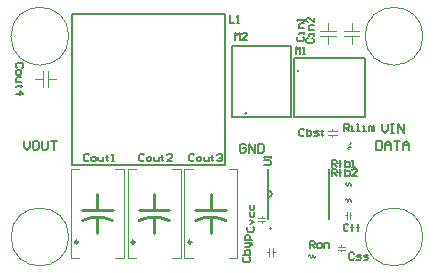
<source format=gto>
G04*
G04 #@! TF.GenerationSoftware,Altium Limited,Altium Designer,20.1.8 (145)*
G04*
G04 Layer_Color=16777215*
%FSAX44Y44*%
%MOMM*%
G71*
G04*
G04 #@! TF.SameCoordinates,513F2EBE-DBB5-41E4-B840-0BD9831D4F27*
G04*
G04*
G04 #@! TF.FilePolarity,Positive*
G04*
G01*
G75*
%ADD10C,0.1524*%
%ADD11C,0.2500*%
%ADD12C,0.2540*%
%ADD13C,0.1016*%
%ADD14C,0.1270*%
D10*
X00218486Y00058306D02*
G03*
X00218486Y00064402I00000000J00003048D01*
G01*
X00221025Y00032104D02*
G03*
X00221025Y00032104I-00000762J00000000D01*
G01*
X00200014Y00129739D02*
G03*
X00200014Y00129739I-00000762J00000000D01*
G01*
X00244264Y00165512D02*
G03*
X00244264Y00165512I-00000762J00000000D01*
G01*
X00052502Y00086000D02*
X00181502D01*
Y00214000D01*
X00052502D02*
X00181502D01*
X00052502Y00086000D02*
Y00214000D01*
X00188013Y00126525D02*
Y00186525D01*
X00238013D01*
Y00126525D02*
Y00186525D01*
X00188013Y00126525D02*
X00238013D01*
X00218486Y00040014D02*
Y00082694D01*
X00269540Y00040014D02*
Y00082694D01*
X00240288Y00126750D02*
Y00176750D01*
Y00126750D02*
X00300288D01*
Y00176750D01*
X00240288D02*
X00300288D01*
X00199214Y00102534D02*
X00197944Y00103804D01*
X00195405D01*
X00194135Y00102534D01*
Y00097456D01*
X00195405Y00096186D01*
X00197944D01*
X00199214Y00097456D01*
Y00099995D01*
X00196674D01*
X00201753Y00096186D02*
Y00103804D01*
X00206831Y00096186D01*
Y00103804D01*
X00209370D02*
Y00096186D01*
X00213179D01*
X00214449Y00097456D01*
Y00102534D01*
X00213179Y00103804D01*
X00209370D01*
X00011493Y00106572D02*
Y00101493D01*
X00014032Y00098954D01*
X00016571Y00101493D01*
Y00106572D01*
X00022919D02*
X00020380D01*
X00019110Y00105302D01*
Y00100224D01*
X00020380Y00098954D01*
X00022919D01*
X00024188Y00100224D01*
Y00105302D01*
X00022919Y00106572D01*
X00026728D02*
Y00100224D01*
X00027997Y00098954D01*
X00030536D01*
X00031806Y00100224D01*
Y00106572D01*
X00034345D02*
X00039423D01*
X00036884D01*
Y00098954D01*
X00314573Y00120920D02*
Y00115842D01*
X00317112Y00113303D01*
X00319652Y00115842D01*
Y00120920D01*
X00322191D02*
X00324730D01*
X00323460D01*
Y00113303D01*
X00322191D01*
X00324730D01*
X00328539D02*
Y00120920D01*
X00333617Y00113303D01*
Y00120920D01*
X00309852Y00106572D02*
Y00098954D01*
X00313661D01*
X00314930Y00100224D01*
Y00105302D01*
X00313661Y00106572D01*
X00309852D01*
X00317469Y00098954D02*
Y00104032D01*
X00320009Y00106572D01*
X00322548Y00104032D01*
Y00098954D01*
Y00102763D01*
X00317469D01*
X00325087Y00106572D02*
X00330165D01*
X00327626D01*
Y00098954D01*
X00332704D02*
Y00104032D01*
X00335244Y00106572D01*
X00337783Y00104032D01*
Y00098954D01*
Y00102763D01*
X00332704D01*
D11*
X00057220Y00020619D02*
G03*
X00057220Y00020619I-00001250J00000000D01*
G01*
X00105223D02*
G03*
X00105223Y00020619I-00001250J00000000D01*
G01*
X00153225D02*
G03*
X00153225Y00020619I-00001250J00000000D01*
G01*
D12*
X00086429Y00038938D02*
G03*
X00061072Y00038938I-00012679J-00027189D01*
G01*
X00134431D02*
G03*
X00109074Y00038938I-00012679J-00027189D01*
G01*
X00182434D02*
G03*
X00157077Y00038938I-00012679J-00027189D01*
G01*
X00108753Y00047999D02*
X00134753D01*
X00121753Y00028249D02*
Y00041749D01*
Y00047999D02*
Y00060999D01*
X00169755Y00047999D02*
Y00060999D01*
Y00028249D02*
Y00041749D01*
X00156755Y00047999D02*
X00182755D01*
X00073750D02*
Y00060999D01*
Y00028249D02*
Y00041749D01*
X00060750Y00047999D02*
X00086750D01*
D13*
X00349332Y00025000D02*
G03*
X00349332Y00025000I-00024492J00000000D01*
G01*
Y00195000D02*
G03*
X00349332Y00195000I-00024492J00000000D01*
G01*
X00049492Y00025000D02*
G03*
X00049492Y00025000I-00024492J00000000D01*
G01*
Y00195000D02*
G03*
X00049492Y00195000I-00024492J00000000D01*
G01*
X00137011Y00082249D02*
X00144253D01*
X00137011Y00007249D02*
X00144253D01*
X00099253Y00082249D02*
X00106495D01*
X00099253Y00007249D02*
X00106495D01*
X00144253D02*
Y00082249D01*
X00099253Y00007249D02*
Y00082249D01*
X00147255Y00007249D02*
Y00082249D01*
X00192255Y00007249D02*
Y00082249D01*
X00147255Y00007249D02*
X00154497D01*
X00147255Y00082249D02*
X00154497D01*
X00185013Y00007249D02*
X00192255D01*
X00185013Y00082249D02*
X00192255D01*
X00283232Y00069615D02*
X00283956Y00071266D01*
X00284611Y00069586D01*
X00285267Y00067906D01*
X00285991Y00069557D01*
X00286715Y00071208D01*
X00287370Y00069529D01*
X00288026Y00067849D01*
X00288750Y00069500D01*
X00283250Y00056280D02*
X00283974Y00057931D01*
X00284629Y00056251D01*
X00285285Y00054572D01*
X00286009Y00056223D01*
X00286733Y00057874D01*
X00287388Y00056194D01*
X00288043Y00054514D01*
X00288768Y00056165D01*
X00272565Y00109309D02*
Y00111309D01*
Y00114309D02*
Y00116309D01*
X00268815Y00114309D02*
X00276315D01*
X00268815Y00111309D02*
X00276315D01*
X00285416Y00100245D02*
X00287066Y00099521D01*
X00285416Y00100245D02*
X00287095Y00100900D01*
X00288775Y00101555D01*
X00287124Y00102280D02*
X00288775Y00101555D01*
X00285473Y00103004D02*
X00287124Y00102280D01*
X00285473Y00103004D02*
X00287152Y00103659D01*
X00288832Y00104314D01*
X00287181Y00105039D02*
X00288832Y00104314D01*
X00027742Y00152250D02*
Y00165250D01*
X00032242Y00158750D02*
X00038742D01*
X00021242D02*
X00027742D01*
X00032242Y00152250D02*
Y00165250D01*
X00257069Y00007474D02*
X00257793Y00009125D01*
X00256413Y00009154D02*
X00257069Y00007474D01*
X00255758Y00010833D02*
X00256413Y00009154D01*
X00255034Y00009182D02*
X00255758Y00010833D01*
X00254310Y00007531D02*
X00255034Y00009182D01*
X00253654Y00009211D02*
X00254310Y00007531D01*
X00252999Y00010890D02*
X00253654Y00009211D01*
X00252275Y00009240D02*
X00252999Y00010890D01*
X00051250Y00007249D02*
Y00082249D01*
X00096250Y00007249D02*
Y00082249D01*
X00051250Y00007249D02*
X00058492D01*
X00051250Y00082249D02*
X00058492D01*
X00089008Y00007249D02*
X00096250D01*
X00089008Y00082249D02*
X00096250D01*
X00262564Y00194753D02*
X00275564D01*
X00269064Y00199253D02*
Y00205753D01*
Y00188253D02*
Y00194753D01*
X00262564Y00199253D02*
X00275564D01*
X00212832Y00037156D02*
Y00038656D01*
Y00041156D02*
Y00042656D01*
X00209832Y00041156D02*
X00215832D01*
X00209832Y00038656D02*
X00215832D01*
X00218989Y00008502D02*
Y00016002D01*
X00221989Y00008502D02*
Y00016002D01*
Y00012252D02*
X00223989D01*
X00216989D02*
X00218989D01*
X00282567Y00199253D02*
X00295567D01*
X00289067Y00188253D02*
Y00194753D01*
Y00199253D02*
Y00205753D01*
X00282567Y00194753D02*
X00295567D01*
X00284750Y00040472D02*
Y00046472D01*
X00287250Y00040472D02*
Y00046472D01*
X00287250Y00043471D02*
X00288750D01*
X00283250D02*
X00284750D01*
X00280024Y00016766D02*
Y00018266D01*
Y00012766D02*
Y00014266D01*
X00277024Y00014266D02*
X00283024D01*
X00277024Y00016766D02*
X00283024D01*
D14*
X00248853Y00115678D02*
X00247838Y00116693D01*
X00245807D01*
X00244791Y00115678D01*
Y00111615D01*
X00245807Y00110599D01*
X00247838D01*
X00248853Y00111615D01*
X00250885Y00116693D02*
Y00110599D01*
X00253932D01*
X00254947Y00111615D01*
Y00112631D01*
Y00113646D01*
X00253932Y00114662D01*
X00250885D01*
X00256979Y00110599D02*
X00260026D01*
X00261042Y00111615D01*
X00260026Y00112631D01*
X00257994D01*
X00256979Y00113646D01*
X00257994Y00114662D01*
X00261042D01*
X00264088Y00115678D02*
Y00114662D01*
X00263073D01*
X00265104D01*
X00264088D01*
Y00111615D01*
X00265104Y00110599D01*
X00282432Y00114906D02*
Y00121000D01*
X00285479D01*
X00286494Y00119984D01*
Y00117953D01*
X00285479Y00116937D01*
X00282432D01*
X00284463D02*
X00286494Y00114906D01*
X00288526D02*
X00290557D01*
X00289541D01*
Y00118969D01*
X00288526D01*
X00293604Y00114906D02*
X00295635D01*
X00294620D01*
Y00121000D01*
X00293604D01*
X00298682Y00114906D02*
X00300714D01*
X00299698D01*
Y00118969D01*
X00298682D01*
X00303761Y00114906D02*
Y00118969D01*
X00304776D01*
X00305792Y00117953D01*
Y00114906D01*
Y00117953D01*
X00306808Y00118969D01*
X00307824Y00117953D01*
Y00114906D01*
X00009952Y00168270D02*
X00010968Y00169286D01*
Y00171317D01*
X00009952Y00172333D01*
X00005889D01*
X00004873Y00171317D01*
Y00169286D01*
X00005889Y00168270D01*
X00004873Y00165223D02*
Y00163192D01*
X00005889Y00162176D01*
X00007921D01*
X00008936Y00163192D01*
Y00165223D01*
X00007921Y00166239D01*
X00005889D01*
X00004873Y00165223D01*
X00008936Y00160145D02*
X00005889D01*
X00004873Y00159129D01*
Y00156082D01*
X00008936D01*
X00009952Y00153035D02*
X00008936D01*
Y00154051D01*
Y00152019D01*
Y00153035D01*
X00005889D01*
X00004873Y00152019D01*
Y00145925D02*
X00010968D01*
X00007921Y00148972D01*
Y00144910D01*
X00253480Y00015822D02*
Y00021916D01*
X00256527D01*
X00257543Y00020900D01*
Y00018869D01*
X00256527Y00017853D01*
X00253480D01*
X00255511D02*
X00257543Y00015822D01*
X00260590D02*
X00262621D01*
X00263637Y00016838D01*
Y00018869D01*
X00262621Y00019885D01*
X00260590D01*
X00259574Y00018869D01*
Y00016838D01*
X00260590Y00015822D01*
X00265668D02*
Y00019885D01*
X00268715D01*
X00269731Y00018869D01*
Y00015822D01*
X00214634Y00085687D02*
X00219713D01*
X00220728Y00086702D01*
Y00088734D01*
X00219713Y00089749D01*
X00214634D01*
X00220728Y00091781D02*
Y00093812D01*
Y00092796D01*
X00214634D01*
X00215650Y00091781D01*
X00272222Y00076789D02*
Y00082883D01*
X00275269D01*
X00276285Y00081867D01*
Y00079836D01*
X00275269Y00078820D01*
X00272222D01*
X00274254D02*
X00276285Y00076789D01*
X00279332D02*
Y00081867D01*
Y00079836D01*
X00278316D01*
X00280348D01*
X00279332D01*
Y00081867D01*
X00280348Y00082883D01*
X00283395D02*
Y00076789D01*
X00286442D01*
X00287457Y00077804D01*
Y00078820D01*
Y00079836D01*
X00286442Y00080851D01*
X00283395D01*
X00293551Y00076789D02*
X00289489D01*
X00293551Y00080851D01*
Y00081867D01*
X00292536Y00082883D01*
X00290504D01*
X00289489Y00081867D01*
X00272129Y00084438D02*
Y00090532D01*
X00275176D01*
X00276192Y00089517D01*
Y00087485D01*
X00275176Y00086470D01*
X00272129D01*
X00274160D02*
X00276192Y00084438D01*
X00279239D02*
Y00089517D01*
Y00087485D01*
X00278223D01*
X00280254D01*
X00279239D01*
Y00089517D01*
X00280254Y00090532D01*
X00283301D02*
Y00084438D01*
X00286348D01*
X00287364Y00085454D01*
Y00086470D01*
Y00087485D01*
X00286348Y00088501D01*
X00283301D01*
X00289396Y00084438D02*
X00291427D01*
X00290411D01*
Y00090532D01*
X00289396Y00089517D01*
X00185604Y00212570D02*
Y00206476D01*
X00189667D01*
X00191698D02*
X00193729D01*
X00192714D01*
Y00212570D01*
X00191698Y00211555D01*
X00201500Y00033564D02*
X00200484Y00032548D01*
Y00030517D01*
X00201500Y00029501D01*
X00205563D01*
X00206579Y00030517D01*
Y00032548D01*
X00205563Y00033564D01*
X00202516Y00035595D02*
X00206579Y00037626D01*
X00202516Y00039658D01*
Y00045752D02*
Y00042705D01*
X00203531Y00041689D01*
X00205563D01*
X00206579Y00042705D01*
Y00045752D01*
X00202516Y00051846D02*
Y00048799D01*
X00203531Y00047783D01*
X00205563D01*
X00206579Y00048799D01*
Y00051846D01*
X00290896Y00010996D02*
X00289880Y00012011D01*
X00287849D01*
X00286833Y00010996D01*
Y00006933D01*
X00287849Y00005917D01*
X00289880D01*
X00290896Y00006933D01*
X00292927Y00005917D02*
X00295974D01*
X00296990Y00006933D01*
X00295974Y00007948D01*
X00293943D01*
X00292927Y00008964D01*
X00293943Y00009980D01*
X00296990D01*
X00299021Y00005917D02*
X00302068D01*
X00303084Y00006933D01*
X00302068Y00007948D01*
X00300037D01*
X00299021Y00008964D01*
X00300037Y00009980D01*
X00303084D01*
X00155642Y00094041D02*
X00154626Y00095057D01*
X00152595D01*
X00151579Y00094041D01*
Y00089978D01*
X00152595Y00088963D01*
X00154626D01*
X00155642Y00089978D01*
X00158689Y00088963D02*
X00160720D01*
X00161736Y00089978D01*
Y00092010D01*
X00160720Y00093025D01*
X00158689D01*
X00157673Y00092010D01*
Y00089978D01*
X00158689Y00088963D01*
X00163767Y00093025D02*
Y00089978D01*
X00164783Y00088963D01*
X00167830D01*
Y00093025D01*
X00170877Y00094041D02*
Y00093025D01*
X00169861D01*
X00171893D01*
X00170877D01*
Y00089978D01*
X00171893Y00088963D01*
X00174940Y00094041D02*
X00175955Y00095057D01*
X00177987D01*
X00179002Y00094041D01*
Y00093025D01*
X00177987Y00092010D01*
X00176971D01*
X00177987D01*
X00179002Y00090994D01*
Y00089978D01*
X00177987Y00088963D01*
X00175955D01*
X00174940Y00089978D01*
X00113351Y00094031D02*
X00112336Y00095047D01*
X00110304D01*
X00109289Y00094031D01*
Y00089969D01*
X00110304Y00088953D01*
X00112336D01*
X00113351Y00089969D01*
X00116398Y00088953D02*
X00118429D01*
X00119445Y00089969D01*
Y00092000D01*
X00118429Y00093016D01*
X00116398D01*
X00115382Y00092000D01*
Y00089969D01*
X00116398Y00088953D01*
X00121476Y00093016D02*
Y00089969D01*
X00122492Y00088953D01*
X00125539D01*
Y00093016D01*
X00128586Y00094031D02*
Y00093016D01*
X00127570D01*
X00129602D01*
X00128586D01*
Y00089969D01*
X00129602Y00088953D01*
X00136712D02*
X00132649D01*
X00136712Y00093016D01*
Y00094031D01*
X00135696Y00095047D01*
X00133665D01*
X00132649Y00094031D01*
X00066367D02*
X00065351Y00095047D01*
X00063320D01*
X00062304Y00094031D01*
Y00089969D01*
X00063320Y00088953D01*
X00065351D01*
X00066367Y00089969D01*
X00069414Y00088953D02*
X00071445D01*
X00072461Y00089969D01*
Y00092000D01*
X00071445Y00093016D01*
X00069414D01*
X00068398Y00092000D01*
Y00089969D01*
X00069414Y00088953D01*
X00074492Y00093016D02*
Y00089969D01*
X00075508Y00088953D01*
X00078555D01*
Y00093016D01*
X00081602Y00094031D02*
Y00093016D01*
X00080586D01*
X00082618D01*
X00081602D01*
Y00089969D01*
X00082618Y00088953D01*
X00085665D02*
X00087696D01*
X00086680D01*
Y00095047D01*
X00085665Y00094031D01*
X00243698Y00194651D02*
X00242682Y00193636D01*
Y00191604D01*
X00243698Y00190589D01*
X00247760D01*
X00248776Y00191604D01*
Y00193636D01*
X00247760Y00194651D01*
X00248776Y00196683D02*
Y00198714D01*
Y00197698D01*
X00244713D01*
Y00196683D01*
X00248776Y00201761D02*
X00244713D01*
Y00204808D01*
X00245729Y00205824D01*
X00248776D01*
Y00207855D02*
Y00209886D01*
Y00208871D01*
X00242682D01*
X00243698Y00207855D01*
X00286238Y00035050D02*
X00285222Y00036066D01*
X00283191D01*
X00282175Y00035050D01*
Y00030987D01*
X00283191Y00029972D01*
X00285222D01*
X00286238Y00030987D01*
X00289285Y00029972D02*
Y00035050D01*
Y00033019D01*
X00288269D01*
X00290301D01*
X00289285D01*
Y00035050D01*
X00290301Y00036066D01*
X00294363Y00029972D02*
Y00035050D01*
Y00033019D01*
X00293348D01*
X00295379D01*
X00294363D01*
Y00035050D01*
X00295379Y00036066D01*
X00197917Y00008038D02*
X00196901Y00007022D01*
Y00004991D01*
X00197917Y00003975D01*
X00201979D01*
X00202995Y00004991D01*
Y00007022D01*
X00201979Y00008038D01*
X00196901Y00010069D02*
X00202995D01*
Y00013116D01*
X00201979Y00014132D01*
X00200963D01*
X00199948D01*
X00198932Y00013116D01*
Y00010069D01*
Y00016163D02*
X00201979D01*
X00202995Y00017179D01*
Y00020226D01*
X00204011D01*
X00205026Y00019210D01*
Y00018194D01*
X00202995Y00020226D02*
X00198932D01*
X00205026Y00022257D02*
X00198932D01*
Y00025304D01*
X00199948Y00026320D01*
X00201979D01*
X00202995Y00025304D01*
Y00022257D01*
X00241600Y00179883D02*
Y00185977D01*
X00243631Y00183946D01*
X00245662Y00185977D01*
Y00179883D01*
X00247694D02*
X00249725D01*
X00248709D01*
Y00185977D01*
X00247694Y00184962D01*
X00190143Y00192007D02*
Y00198101D01*
X00192175Y00196069D01*
X00194206Y00198101D01*
Y00192007D01*
X00200300D02*
X00196237D01*
X00200300Y00196069D01*
Y00197085D01*
X00199284Y00198101D01*
X00197253D01*
X00196237Y00197085D01*
X00251752Y00193503D02*
X00250736Y00192487D01*
Y00190455D01*
X00251752Y00189440D01*
X00255815D01*
X00256830Y00190455D01*
Y00192487D01*
X00255815Y00193503D01*
X00256830Y00195534D02*
Y00197565D01*
Y00196549D01*
X00252768D01*
Y00195534D01*
X00256830Y00200612D02*
X00252768D01*
Y00203659D01*
X00253783Y00204675D01*
X00256830D01*
Y00210769D02*
Y00206706D01*
X00252768Y00210769D01*
X00251752D01*
X00250736Y00209753D01*
Y00207722D01*
X00251752Y00206706D01*
M02*

</source>
